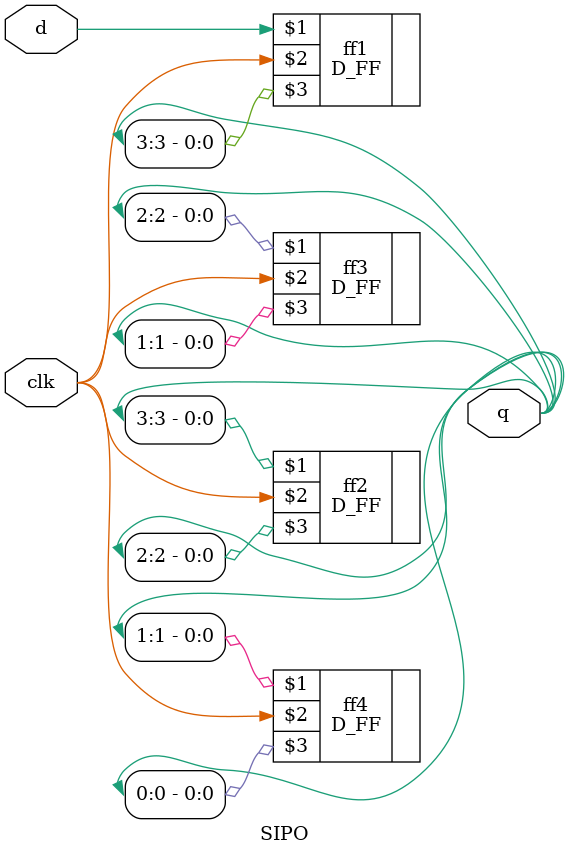
<source format=v>
`timescale 1ns / 1ps

// Author      : Venu Pabbuleti 
// ID          : N180116
//Branch       : ECE
//Project Name : RTL design using Verilog
//Design  Name : SERIAL IN PARALLEL OUT[SIPO] SHIFT REGISTER
//Module  Name : SIPO
//RGUKT NUZVID 
//////////////////////////////////////////////////////////////////////////////////


module SIPO(d,clk,q);
input d,clk;
output [3:0]q;
D_FF ff1(d, clk, q[3]);
D_FF ff2(q[3], clk, q[2]);
D_FF ff3(q[2], clk, q[1]);
D_FF ff4(q[1], clk, q[0]);
endmodule

</source>
